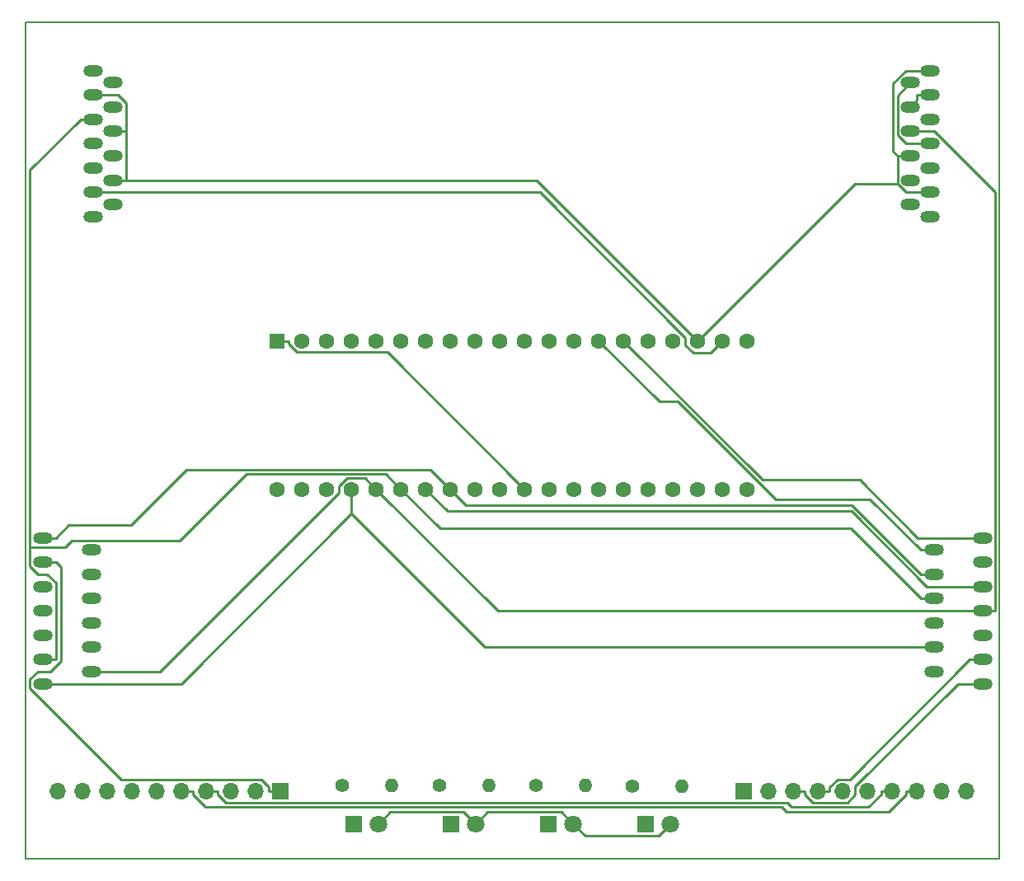
<source format=gtl>
%TF.GenerationSoftware,KiCad,Pcbnew,(5.0.2)-1*%
%TF.CreationDate,2019-02-27T18:32:07-08:00*%
%TF.ProjectId,kicad_port,6b696361-645f-4706-9f72-742e6b696361,rev?*%
%TF.SameCoordinates,Original*%
%TF.FileFunction,Copper,L1,Top*%
%TF.FilePolarity,Positive*%
%FSLAX46Y46*%
G04 Gerber Fmt 4.6, Leading zero omitted, Abs format (unit mm)*
G04 Created by KiCad (PCBNEW (5.0.2)-1) date 2/27/2019 6:32:07 PM*
%MOMM*%
%LPD*%
G01*
G04 APERTURE LIST*
%ADD10C,0.200000*%
%ADD11O,2.000000X1.200000*%
%ADD12C,1.600000*%
%ADD13R,1.600000X1.600000*%
%ADD14C,1.800000*%
%ADD15R,1.800000X1.800000*%
%ADD16O,1.400000X1.400000*%
%ADD17C,1.400000*%
%ADD18O,1.700000X1.700000*%
%ADD19R,1.700000X1.700000*%
%ADD20C,0.250000*%
G04 APERTURE END LIST*
D10*
X100000000Y-50000000D02*
X100000000Y-136000000D01*
X200000000Y-50000000D02*
X100000000Y-50000000D01*
X200000000Y-136000000D02*
X200000000Y-50000000D01*
X100000000Y-136000000D02*
X200000000Y-136000000D01*
D11*
X101800000Y-103000000D03*
X106800000Y-104250000D03*
X101800000Y-105500000D03*
X106800000Y-106750000D03*
X101800000Y-108000000D03*
X106800000Y-109250000D03*
X101800000Y-110500000D03*
X106800000Y-111750000D03*
X101800000Y-113000000D03*
X106800000Y-114250000D03*
X101800000Y-115500000D03*
X106800000Y-116750000D03*
X101800000Y-118000000D03*
X198300000Y-118000000D03*
X193300000Y-116750000D03*
X198300000Y-115500000D03*
X193300000Y-114250000D03*
X198300000Y-113000000D03*
X193300000Y-111750000D03*
X198300000Y-110500000D03*
X193300000Y-109250000D03*
X198300000Y-108000000D03*
X193300000Y-106750000D03*
X198300000Y-105500000D03*
X193300000Y-104250000D03*
X198300000Y-103000000D03*
X192900000Y-70000000D03*
X190900000Y-68750000D03*
X192900000Y-67500000D03*
X190900000Y-66250000D03*
X192900000Y-65000000D03*
X190900000Y-63750000D03*
X192900000Y-62500000D03*
X190900000Y-61250000D03*
X192900000Y-60000000D03*
X190900000Y-58750000D03*
X192900000Y-57500000D03*
X190900000Y-56250000D03*
X192900000Y-55000000D03*
X107000000Y-55000000D03*
X109000000Y-56250000D03*
X107000000Y-57500000D03*
X109000000Y-58750000D03*
X107000000Y-60000000D03*
X109000000Y-61250000D03*
X107000000Y-62500000D03*
X109000000Y-63750000D03*
X107000000Y-65000000D03*
X109000000Y-66250000D03*
X107000000Y-67500000D03*
X109000000Y-68750000D03*
X107000000Y-70000000D03*
D12*
X125870000Y-98020000D03*
X128410000Y-98020000D03*
X130950000Y-98020000D03*
X133490000Y-98020000D03*
X136030000Y-98020000D03*
X138570000Y-98020000D03*
X141110000Y-98020000D03*
X143650000Y-98020000D03*
X146190000Y-98020000D03*
X148730000Y-98020000D03*
X151270000Y-98020000D03*
X153810000Y-98020000D03*
X156350000Y-98020000D03*
X158890000Y-98020000D03*
X161430000Y-98020000D03*
X163970000Y-98020000D03*
X166510000Y-98020000D03*
X169050000Y-98020000D03*
X171590000Y-98020000D03*
X174130000Y-98020000D03*
X174130000Y-82780000D03*
X171590000Y-82780000D03*
X169050000Y-82780000D03*
X166510000Y-82780000D03*
X163970000Y-82780000D03*
X161430000Y-82780000D03*
X158890000Y-82780000D03*
X156350000Y-82780000D03*
X153810000Y-82780000D03*
D13*
X125870000Y-82780000D03*
D12*
X128410000Y-82780000D03*
X130950000Y-82780000D03*
X133490000Y-82780000D03*
X136030000Y-82780000D03*
X138570000Y-82780000D03*
X141110000Y-82780000D03*
X143650000Y-82780000D03*
X151270000Y-82780000D03*
X148730000Y-82780000D03*
X146190000Y-82780000D03*
D14*
X136240000Y-132400000D03*
D15*
X133700000Y-132400000D03*
D14*
X146240000Y-132400000D03*
D15*
X143700000Y-132400000D03*
D14*
X156240000Y-132400000D03*
D15*
X153700000Y-132400000D03*
D14*
X166240000Y-132400000D03*
D15*
X163700000Y-132400000D03*
D16*
X137580000Y-128400000D03*
D17*
X132500000Y-128400000D03*
D16*
X147580000Y-128400000D03*
D17*
X142500000Y-128400000D03*
D16*
X157480000Y-128400000D03*
D17*
X152400000Y-128400000D03*
D16*
X167380000Y-128500000D03*
D17*
X162300000Y-128500000D03*
D18*
X196660000Y-129000000D03*
X194120000Y-129000000D03*
X191580000Y-129000000D03*
X189040000Y-129000000D03*
X186500000Y-129000000D03*
X183960000Y-129000000D03*
X181420000Y-129000000D03*
X178880000Y-129000000D03*
X176340000Y-129000000D03*
D19*
X173800000Y-129000000D03*
X126200000Y-129000000D03*
D18*
X123660000Y-129000000D03*
X121120000Y-129000000D03*
X118580000Y-129000000D03*
X116040000Y-129000000D03*
X113500000Y-129000000D03*
X110960000Y-129000000D03*
X108420000Y-129000000D03*
X105880000Y-129000000D03*
X103340000Y-129000000D03*
D20*
X146240000Y-132400000D02*
X145014600Y-131174600D01*
X145014600Y-131174600D02*
X137465400Y-131174600D01*
X137465400Y-131174600D02*
X136240000Y-132400000D01*
X156240000Y-132400000D02*
X155014600Y-131174600D01*
X155014600Y-131174600D02*
X147465400Y-131174600D01*
X147465400Y-131174600D02*
X146240000Y-132400000D01*
X166240000Y-132400000D02*
X165014600Y-133625400D01*
X165014600Y-133625400D02*
X157465400Y-133625400D01*
X157465400Y-133625400D02*
X156240000Y-132400000D01*
X110325300Y-61250000D02*
X110325300Y-58343900D01*
X110325300Y-58343900D02*
X109481400Y-57500000D01*
X109481400Y-57500000D02*
X107000000Y-57500000D01*
X110325300Y-66250000D02*
X110325300Y-61250000D01*
X110325300Y-66250000D02*
X109000000Y-66250000D01*
X169050000Y-82780000D02*
X152520000Y-66250000D01*
X152520000Y-66250000D02*
X110325300Y-66250000D01*
X109000000Y-61250000D02*
X110325300Y-61250000D01*
X192900000Y-55000000D02*
X190416700Y-55000000D01*
X190416700Y-55000000D02*
X189124400Y-56292300D01*
X189124400Y-56292300D02*
X189124400Y-63299700D01*
X189124400Y-63299700D02*
X189574700Y-63750000D01*
X189574700Y-66655900D02*
X190418800Y-67500000D01*
X190418800Y-67500000D02*
X192900000Y-67500000D01*
X189574700Y-63750000D02*
X189574700Y-66655900D01*
X189574700Y-66655900D02*
X185174100Y-66655900D01*
X185174100Y-66655900D02*
X169050000Y-82780000D01*
X190900000Y-63750000D02*
X189574700Y-63750000D01*
X171590000Y-82780000D02*
X170399900Y-83970100D01*
X170399900Y-83970100D02*
X168565300Y-83970100D01*
X168565300Y-83970100D02*
X167780000Y-83184800D01*
X167780000Y-83184800D02*
X167780000Y-82458500D01*
X167780000Y-82458500D02*
X152821500Y-67500000D01*
X152821500Y-67500000D02*
X107000000Y-67500000D01*
X192900000Y-62500000D02*
X190406000Y-62500000D01*
X190406000Y-62500000D02*
X189574700Y-61668700D01*
X189574700Y-61668700D02*
X189574700Y-57575300D01*
X189574700Y-57575300D02*
X190900000Y-56250000D01*
X117215300Y-129000000D02*
X117215300Y-129367300D01*
X117215300Y-129367300D02*
X118508000Y-130660000D01*
X118508000Y-130660000D02*
X177678400Y-130660000D01*
X177678400Y-130660000D02*
X178128700Y-131110300D01*
X178128700Y-131110300D02*
X188661700Y-131110300D01*
X188661700Y-131110300D02*
X190404700Y-129367300D01*
X190404700Y-129367300D02*
X190404700Y-129000000D01*
X191580000Y-129000000D02*
X190404700Y-129000000D01*
X116040000Y-129000000D02*
X117215300Y-129000000D01*
X192900000Y-57500000D02*
X191574700Y-57500000D01*
X191574700Y-57500000D02*
X191574700Y-58075300D01*
X191574700Y-58075300D02*
X190900000Y-58750000D01*
X106800000Y-116750000D02*
X113817600Y-116750000D01*
X113817600Y-116750000D02*
X132220000Y-98347600D01*
X132220000Y-98347600D02*
X132220000Y-97684000D01*
X132220000Y-97684000D02*
X133023400Y-96880600D01*
X133023400Y-96880600D02*
X134890600Y-96880600D01*
X134890600Y-96880600D02*
X136030000Y-98020000D01*
X136030000Y-98020000D02*
X148510000Y-110500000D01*
X148510000Y-110500000D02*
X198300000Y-110500000D01*
X198300000Y-110500000D02*
X199625300Y-110500000D01*
X199625300Y-110500000D02*
X199625300Y-67513500D01*
X199625300Y-67513500D02*
X193361800Y-61250000D01*
X193361800Y-61250000D02*
X190900000Y-61250000D01*
X133490000Y-100527700D02*
X133490000Y-98020000D01*
X191974700Y-114250000D02*
X147212300Y-114250000D01*
X147212300Y-114250000D02*
X133490000Y-100527700D01*
X133490000Y-100527700D02*
X116017700Y-118000000D01*
X116017700Y-118000000D02*
X101800000Y-118000000D01*
X193300000Y-114250000D02*
X191974700Y-114250000D01*
X101800000Y-103000000D02*
X103125300Y-103000000D01*
X143650000Y-98020000D02*
X141609800Y-95979800D01*
X141609800Y-95979800D02*
X116517600Y-95979800D01*
X116517600Y-95979800D02*
X110822700Y-101674700D01*
X110822700Y-101674700D02*
X104450600Y-101674700D01*
X104450600Y-101674700D02*
X103125300Y-103000000D01*
X191974700Y-106750000D02*
X184841400Y-99616700D01*
X184841400Y-99616700D02*
X145246700Y-99616700D01*
X145246700Y-99616700D02*
X143650000Y-98020000D01*
X193300000Y-106750000D02*
X191974700Y-106750000D01*
X100456500Y-103967500D02*
X104085400Y-103967500D01*
X104085400Y-103967500D02*
X104746600Y-103306300D01*
X104746600Y-103306300D02*
X115870100Y-103306300D01*
X115870100Y-103306300D02*
X122746200Y-96430200D01*
X122746200Y-96430200D02*
X136980200Y-96430200D01*
X136980200Y-96430200D02*
X138570000Y-98020000D01*
X191974700Y-109250000D02*
X184745700Y-102021000D01*
X184745700Y-102021000D02*
X142571000Y-102021000D01*
X142571000Y-102021000D02*
X138570000Y-98020000D01*
X100456500Y-103967500D02*
X100456500Y-105902100D01*
X100456500Y-105902100D02*
X101304400Y-106750000D01*
X101304400Y-106750000D02*
X102261700Y-106750000D01*
X102261700Y-106750000D02*
X103125300Y-107613600D01*
X103125300Y-107613600D02*
X103125300Y-115500000D01*
X105674700Y-60000000D02*
X100456500Y-65218200D01*
X100456500Y-65218200D02*
X100456500Y-103967500D01*
X193300000Y-109250000D02*
X191974700Y-109250000D01*
X101800000Y-115500000D02*
X103125300Y-115500000D01*
X107000000Y-60000000D02*
X105674700Y-60000000D01*
X198300000Y-108000000D02*
X192587800Y-108000000D01*
X192587800Y-108000000D02*
X184829000Y-100241200D01*
X184829000Y-100241200D02*
X143331200Y-100241200D01*
X143331200Y-100241200D02*
X141110000Y-98020000D01*
X161430000Y-82780000D02*
X175710300Y-97060300D01*
X175710300Y-97060300D02*
X185715300Y-97060300D01*
X185715300Y-97060300D02*
X191655000Y-103000000D01*
X191655000Y-103000000D02*
X198300000Y-103000000D01*
X193300000Y-104250000D02*
X191974700Y-104250000D01*
X191974700Y-104250000D02*
X186758200Y-99033500D01*
X186758200Y-99033500D02*
X177046600Y-99033500D01*
X177046600Y-99033500D02*
X166998500Y-88985400D01*
X166998500Y-88985400D02*
X165095400Y-88985400D01*
X165095400Y-88985400D02*
X158890000Y-82780000D01*
X198300000Y-115500000D02*
X196974700Y-115500000D01*
X181420000Y-129000000D02*
X182595300Y-129000000D01*
X182595300Y-129000000D02*
X182595300Y-128632600D01*
X182595300Y-128632600D02*
X183403200Y-127824700D01*
X183403200Y-127824700D02*
X184650000Y-127824700D01*
X184650000Y-127824700D02*
X196974700Y-115500000D01*
X178880000Y-129000000D02*
X180055300Y-129000000D01*
X180055300Y-129000000D02*
X180055300Y-129367300D01*
X180055300Y-129367300D02*
X180897600Y-130209600D01*
X180897600Y-130209600D02*
X184421100Y-130209600D01*
X184421100Y-130209600D02*
X185230000Y-129400700D01*
X185230000Y-129400700D02*
X185230000Y-128537300D01*
X185230000Y-128537300D02*
X195767300Y-118000000D01*
X195767300Y-118000000D02*
X198300000Y-118000000D01*
X101800000Y-105500000D02*
X103125300Y-105500000D01*
X126200000Y-129000000D02*
X125024700Y-129000000D01*
X125024700Y-129000000D02*
X125024700Y-128632600D01*
X125024700Y-128632600D02*
X124216800Y-127824700D01*
X124216800Y-127824700D02*
X109849900Y-127824700D01*
X109849900Y-127824700D02*
X100469900Y-118444700D01*
X100469900Y-118444700D02*
X100469900Y-117551600D01*
X100469900Y-117551600D02*
X101271500Y-116750000D01*
X101271500Y-116750000D02*
X102567600Y-116750000D01*
X102567600Y-116750000D02*
X103630200Y-115687400D01*
X103630200Y-115687400D02*
X103630200Y-106004900D01*
X103630200Y-106004900D02*
X103125300Y-105500000D01*
X119755300Y-129000000D02*
X119755300Y-129367400D01*
X119755300Y-129367400D02*
X120597600Y-130209700D01*
X120597600Y-130209700D02*
X178238000Y-130209700D01*
X178238000Y-130209700D02*
X178688300Y-130660000D01*
X178688300Y-130660000D02*
X186572000Y-130660000D01*
X186572000Y-130660000D02*
X187864700Y-129367300D01*
X187864700Y-129367300D02*
X187864700Y-129000000D01*
X189040000Y-129000000D02*
X187864700Y-129000000D01*
X118580000Y-129000000D02*
X119755300Y-129000000D01*
X125870000Y-82780000D02*
X126995300Y-82780000D01*
X126995300Y-82780000D02*
X126995300Y-83061400D01*
X126995300Y-83061400D02*
X127839200Y-83905300D01*
X127839200Y-83905300D02*
X137155300Y-83905300D01*
X137155300Y-83905300D02*
X151270000Y-98020000D01*
M02*

</source>
